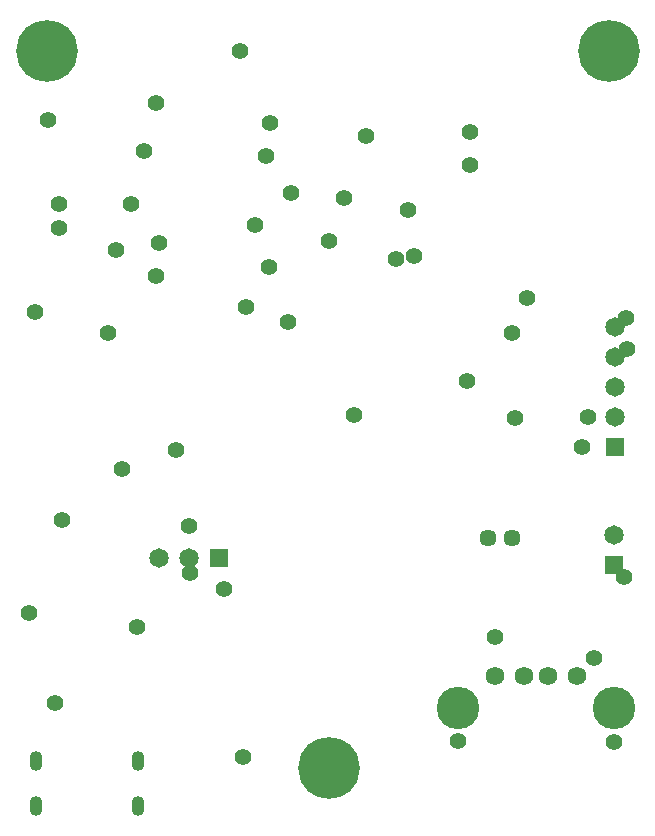
<source format=gbr>
G04*
G04 #@! TF.GenerationSoftware,Altium Limited,Altium Designer,25.2.1 (25)*
G04*
G04 Layer_Color=16711935*
%FSLAX25Y25*%
%MOIN*%
G70*
G04*
G04 #@! TF.SameCoordinates,CDFB58AD-87DA-4B59-9970-4E5CFD4F10CE*
G04*
G04*
G04 #@! TF.FilePolarity,Negative*
G04*
G01*
G75*
G04:AMPARAMS|DCode=60|XSize=43.31mil|YSize=66.93mil|CornerRadius=21.65mil|HoleSize=0mil|Usage=FLASHONLY|Rotation=0.000|XOffset=0mil|YOffset=0mil|HoleType=Round|Shape=RoundedRectangle|*
%AMROUNDEDRECTD60*
21,1,0.04331,0.02362,0,0,0.0*
21,1,0.00000,0.06693,0,0,0.0*
1,1,0.04331,0.00000,-0.01181*
1,1,0.04331,0.00000,-0.01181*
1,1,0.04331,0.00000,0.01181*
1,1,0.04331,0.00000,0.01181*
%
%ADD60ROUNDEDRECTD60*%
%ADD61R,0.06496X0.06496*%
%ADD62C,0.06496*%
%ADD63C,0.14173*%
%ADD64C,0.06224*%
%ADD65C,0.20591*%
%ADD66R,0.06496X0.06496*%
%ADD67C,0.05709*%
%ADD68C,0.05591*%
D60*
X527524Y113224D02*
D03*
X493508D02*
D03*
X527524Y128185D02*
D03*
X493508D02*
D03*
D61*
X686500Y233000D02*
D03*
X686000Y193500D02*
D03*
D62*
X686500Y243000D02*
D03*
Y253000D02*
D03*
Y263000D02*
D03*
Y273000D02*
D03*
X544500Y196000D02*
D03*
X534500D02*
D03*
X686000Y203500D02*
D03*
D63*
Y146000D02*
D03*
X634268D02*
D03*
D64*
X673913Y156669D02*
D03*
X664071D02*
D03*
X656197D02*
D03*
X646354D02*
D03*
D65*
X684500Y365000D02*
D03*
X497000D02*
D03*
X591000Y126000D02*
D03*
D66*
X554500Y196000D02*
D03*
D67*
X652000Y202500D02*
D03*
X644126D02*
D03*
D68*
X562500Y129500D02*
D03*
X690500Y265500D02*
D03*
X634000Y135000D02*
D03*
X686000Y134500D02*
D03*
X596000Y315750D02*
D03*
X591000Y301500D02*
D03*
X571000Y293000D02*
D03*
X619500Y296500D02*
D03*
X675500Y233000D02*
D03*
X637000Y255000D02*
D03*
X646500Y169500D02*
D03*
X517500Y271000D02*
D03*
X677500Y243000D02*
D03*
X561500Y365000D02*
D03*
X563500Y279500D02*
D03*
X617500Y312000D02*
D03*
X652000Y271000D02*
D03*
X520000Y298500D02*
D03*
X638000Y327000D02*
D03*
Y338000D02*
D03*
X566500Y307000D02*
D03*
X533500Y290000D02*
D03*
X570000Y330000D02*
D03*
X540000Y232000D02*
D03*
X525000Y314000D02*
D03*
X533500Y347500D02*
D03*
X497500Y342000D02*
D03*
X501000Y306000D02*
D03*
Y314000D02*
D03*
X502000Y208500D02*
D03*
X534500Y301000D02*
D03*
X603500Y336500D02*
D03*
X577500Y274500D02*
D03*
X544795Y190914D02*
D03*
X679500Y162500D02*
D03*
X689500Y189500D02*
D03*
X690000Y276000D02*
D03*
X599500Y243500D02*
D03*
X653000Y242500D02*
D03*
X657000Y282500D02*
D03*
X613500Y295500D02*
D03*
X571500Y341000D02*
D03*
X578500Y317500D02*
D03*
X529500Y331500D02*
D03*
X493000Y278000D02*
D03*
X522000Y225500D02*
D03*
X527000Y173000D02*
D03*
X499951Y147451D02*
D03*
X544500Y206500D02*
D03*
X556000Y185500D02*
D03*
X491000Y177500D02*
D03*
M02*

</source>
